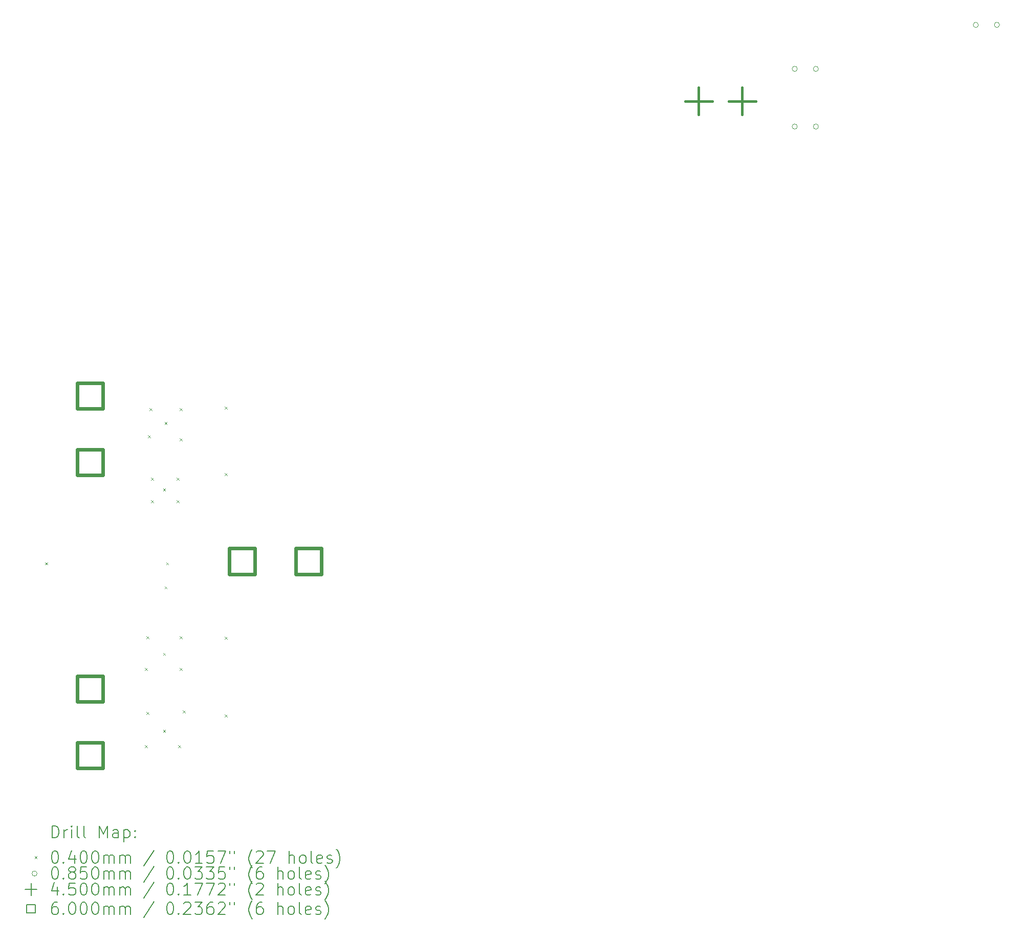
<source format=gbr>
%TF.GenerationSoftware,KiCad,Pcbnew,7.0.1*%
%TF.CreationDate,2023-04-06T04:35:49-07:00*%
%TF.ProjectId,rps01,72707330-312e-46b6-9963-61645f706362,0*%
%TF.SameCoordinates,Original*%
%TF.FileFunction,Drillmap*%
%TF.FilePolarity,Positive*%
%FSLAX45Y45*%
G04 Gerber Fmt 4.5, Leading zero omitted, Abs format (unit mm)*
G04 Created by KiCad (PCBNEW 7.0.1) date 2023-04-06 04:35:49*
%MOMM*%
%LPD*%
G01*
G04 APERTURE LIST*
%ADD10C,0.200000*%
%ADD11C,0.040000*%
%ADD12C,0.085000*%
%ADD13C,0.450000*%
%ADD14C,0.600000*%
G04 APERTURE END LIST*
D10*
D11*
X1530000Y-5605000D02*
X1570000Y-5645000D01*
X1570000Y-5605000D02*
X1530000Y-5645000D01*
X3180000Y-7355000D02*
X3220000Y-7395000D01*
X3220000Y-7355000D02*
X3180000Y-7395000D01*
X3180000Y-8630000D02*
X3220000Y-8670000D01*
X3220000Y-8630000D02*
X3180000Y-8670000D01*
X3205000Y-6830000D02*
X3245000Y-6870000D01*
X3245000Y-6830000D02*
X3205000Y-6870000D01*
X3205000Y-8080000D02*
X3245000Y-8120000D01*
X3245000Y-8080000D02*
X3205000Y-8120000D01*
X3230000Y-3505000D02*
X3270000Y-3545000D01*
X3270000Y-3505000D02*
X3230000Y-3545000D01*
X3255000Y-3055000D02*
X3295000Y-3095000D01*
X3295000Y-3055000D02*
X3255000Y-3095000D01*
X3280000Y-4205000D02*
X3320000Y-4245000D01*
X3320000Y-4205000D02*
X3280000Y-4245000D01*
X3280000Y-4580000D02*
X3320000Y-4620000D01*
X3320000Y-4580000D02*
X3280000Y-4620000D01*
X3480000Y-4380000D02*
X3520000Y-4420000D01*
X3520000Y-4380000D02*
X3480000Y-4420000D01*
X3480000Y-7105000D02*
X3520000Y-7145000D01*
X3520000Y-7105000D02*
X3480000Y-7145000D01*
X3480000Y-8380000D02*
X3520000Y-8420000D01*
X3520000Y-8380000D02*
X3480000Y-8420000D01*
X3505000Y-3280000D02*
X3545000Y-3320000D01*
X3545000Y-3280000D02*
X3505000Y-3320000D01*
X3505000Y-6005000D02*
X3545000Y-6045000D01*
X3545000Y-6005000D02*
X3505000Y-6045000D01*
X3530000Y-5605000D02*
X3570000Y-5645000D01*
X3570000Y-5605000D02*
X3530000Y-5645000D01*
X3705000Y-4205000D02*
X3745000Y-4245000D01*
X3745000Y-4205000D02*
X3705000Y-4245000D01*
X3705000Y-4580000D02*
X3745000Y-4620000D01*
X3745000Y-4580000D02*
X3705000Y-4620000D01*
X3730000Y-8630000D02*
X3770000Y-8670000D01*
X3770000Y-8630000D02*
X3730000Y-8670000D01*
X3755000Y-3055000D02*
X3795000Y-3095000D01*
X3795000Y-3055000D02*
X3755000Y-3095000D01*
X3755000Y-3555000D02*
X3795000Y-3595000D01*
X3795000Y-3555000D02*
X3755000Y-3595000D01*
X3755000Y-6830000D02*
X3795000Y-6870000D01*
X3795000Y-6830000D02*
X3755000Y-6870000D01*
X3755000Y-7355000D02*
X3795000Y-7395000D01*
X3795000Y-7355000D02*
X3755000Y-7395000D01*
X3805000Y-8055000D02*
X3845000Y-8095000D01*
X3845000Y-8055000D02*
X3805000Y-8095000D01*
X4497220Y-3028000D02*
X4537220Y-3068000D01*
X4537220Y-3028000D02*
X4497220Y-3068000D01*
X4497220Y-4126000D02*
X4537220Y-4166000D01*
X4537220Y-4126000D02*
X4497220Y-4166000D01*
X4497220Y-6838000D02*
X4537220Y-6878000D01*
X4537220Y-6838000D02*
X4497220Y-6878000D01*
X4497220Y-8126000D02*
X4537220Y-8166000D01*
X4537220Y-8126000D02*
X4497220Y-8166000D01*
D12*
X13972250Y2564000D02*
G75*
G03*
X13972250Y2564000I-42500J0D01*
G01*
X13972250Y1609000D02*
G75*
G03*
X13972250Y1609000I-42500J0D01*
G01*
X14322250Y2564000D02*
G75*
G03*
X14322250Y2564000I-42500J0D01*
G01*
X14322250Y1609000D02*
G75*
G03*
X14322250Y1609000I-42500J0D01*
G01*
X16967750Y3292000D02*
G75*
G03*
X16967750Y3292000I-42500J0D01*
G01*
X17317750Y3292000D02*
G75*
G03*
X17317750Y3292000I-42500J0D01*
G01*
D13*
X12340000Y2257000D02*
X12340000Y1807000D01*
X12115000Y2032000D02*
X12565000Y2032000D01*
X13060000Y2257000D02*
X13060000Y1807000D01*
X12835000Y2032000D02*
X13285000Y2032000D01*
D14*
X2487134Y-3062134D02*
X2487134Y-2637866D01*
X2062866Y-2637866D01*
X2062866Y-3062134D01*
X2487134Y-3062134D01*
X2487134Y-4162134D02*
X2487134Y-3737866D01*
X2062866Y-3737866D01*
X2062866Y-4162134D01*
X2487134Y-4162134D01*
X2487134Y-7912134D02*
X2487134Y-7487866D01*
X2062866Y-7487866D01*
X2062866Y-7912134D01*
X2487134Y-7912134D01*
X2487134Y-9012134D02*
X2487134Y-8587866D01*
X2062866Y-8587866D01*
X2062866Y-9012134D01*
X2487134Y-9012134D01*
X4996134Y-5800134D02*
X4996134Y-5375866D01*
X4571866Y-5375866D01*
X4571866Y-5800134D01*
X4996134Y-5800134D01*
X6096134Y-5800134D02*
X6096134Y-5375866D01*
X5671866Y-5375866D01*
X5671866Y-5800134D01*
X6096134Y-5800134D01*
D10*
X1642619Y-10165524D02*
X1642619Y-9965524D01*
X1642619Y-9965524D02*
X1690238Y-9965524D01*
X1690238Y-9965524D02*
X1718809Y-9975048D01*
X1718809Y-9975048D02*
X1737857Y-9994095D01*
X1737857Y-9994095D02*
X1747381Y-10013143D01*
X1747381Y-10013143D02*
X1756905Y-10051238D01*
X1756905Y-10051238D02*
X1756905Y-10079810D01*
X1756905Y-10079810D02*
X1747381Y-10117905D01*
X1747381Y-10117905D02*
X1737857Y-10136952D01*
X1737857Y-10136952D02*
X1718809Y-10156000D01*
X1718809Y-10156000D02*
X1690238Y-10165524D01*
X1690238Y-10165524D02*
X1642619Y-10165524D01*
X1842619Y-10165524D02*
X1842619Y-10032190D01*
X1842619Y-10070286D02*
X1852143Y-10051238D01*
X1852143Y-10051238D02*
X1861667Y-10041714D01*
X1861667Y-10041714D02*
X1880714Y-10032190D01*
X1880714Y-10032190D02*
X1899762Y-10032190D01*
X1966428Y-10165524D02*
X1966428Y-10032190D01*
X1966428Y-9965524D02*
X1956905Y-9975048D01*
X1956905Y-9975048D02*
X1966428Y-9984571D01*
X1966428Y-9984571D02*
X1975952Y-9975048D01*
X1975952Y-9975048D02*
X1966428Y-9965524D01*
X1966428Y-9965524D02*
X1966428Y-9984571D01*
X2090238Y-10165524D02*
X2071190Y-10156000D01*
X2071190Y-10156000D02*
X2061667Y-10136952D01*
X2061667Y-10136952D02*
X2061667Y-9965524D01*
X2195000Y-10165524D02*
X2175952Y-10156000D01*
X2175952Y-10156000D02*
X2166429Y-10136952D01*
X2166429Y-10136952D02*
X2166429Y-9965524D01*
X2423571Y-10165524D02*
X2423571Y-9965524D01*
X2423571Y-9965524D02*
X2490238Y-10108381D01*
X2490238Y-10108381D02*
X2556905Y-9965524D01*
X2556905Y-9965524D02*
X2556905Y-10165524D01*
X2737857Y-10165524D02*
X2737857Y-10060762D01*
X2737857Y-10060762D02*
X2728333Y-10041714D01*
X2728333Y-10041714D02*
X2709286Y-10032190D01*
X2709286Y-10032190D02*
X2671190Y-10032190D01*
X2671190Y-10032190D02*
X2652143Y-10041714D01*
X2737857Y-10156000D02*
X2718810Y-10165524D01*
X2718810Y-10165524D02*
X2671190Y-10165524D01*
X2671190Y-10165524D02*
X2652143Y-10156000D01*
X2652143Y-10156000D02*
X2642619Y-10136952D01*
X2642619Y-10136952D02*
X2642619Y-10117905D01*
X2642619Y-10117905D02*
X2652143Y-10098857D01*
X2652143Y-10098857D02*
X2671190Y-10089333D01*
X2671190Y-10089333D02*
X2718810Y-10089333D01*
X2718810Y-10089333D02*
X2737857Y-10079810D01*
X2833095Y-10032190D02*
X2833095Y-10232190D01*
X2833095Y-10041714D02*
X2852143Y-10032190D01*
X2852143Y-10032190D02*
X2890238Y-10032190D01*
X2890238Y-10032190D02*
X2909286Y-10041714D01*
X2909286Y-10041714D02*
X2918809Y-10051238D01*
X2918809Y-10051238D02*
X2928333Y-10070286D01*
X2928333Y-10070286D02*
X2928333Y-10127429D01*
X2928333Y-10127429D02*
X2918809Y-10146476D01*
X2918809Y-10146476D02*
X2909286Y-10156000D01*
X2909286Y-10156000D02*
X2890238Y-10165524D01*
X2890238Y-10165524D02*
X2852143Y-10165524D01*
X2852143Y-10165524D02*
X2833095Y-10156000D01*
X3014048Y-10146476D02*
X3023571Y-10156000D01*
X3023571Y-10156000D02*
X3014048Y-10165524D01*
X3014048Y-10165524D02*
X3004524Y-10156000D01*
X3004524Y-10156000D02*
X3014048Y-10146476D01*
X3014048Y-10146476D02*
X3014048Y-10165524D01*
X3014048Y-10041714D02*
X3023571Y-10051238D01*
X3023571Y-10051238D02*
X3014048Y-10060762D01*
X3014048Y-10060762D02*
X3004524Y-10051238D01*
X3004524Y-10051238D02*
X3014048Y-10041714D01*
X3014048Y-10041714D02*
X3014048Y-10060762D01*
D11*
X1355000Y-10473000D02*
X1395000Y-10513000D01*
X1395000Y-10473000D02*
X1355000Y-10513000D01*
D10*
X1680714Y-10385524D02*
X1699762Y-10385524D01*
X1699762Y-10385524D02*
X1718809Y-10395048D01*
X1718809Y-10395048D02*
X1728333Y-10404571D01*
X1728333Y-10404571D02*
X1737857Y-10423619D01*
X1737857Y-10423619D02*
X1747381Y-10461714D01*
X1747381Y-10461714D02*
X1747381Y-10509333D01*
X1747381Y-10509333D02*
X1737857Y-10547429D01*
X1737857Y-10547429D02*
X1728333Y-10566476D01*
X1728333Y-10566476D02*
X1718809Y-10576000D01*
X1718809Y-10576000D02*
X1699762Y-10585524D01*
X1699762Y-10585524D02*
X1680714Y-10585524D01*
X1680714Y-10585524D02*
X1661667Y-10576000D01*
X1661667Y-10576000D02*
X1652143Y-10566476D01*
X1652143Y-10566476D02*
X1642619Y-10547429D01*
X1642619Y-10547429D02*
X1633095Y-10509333D01*
X1633095Y-10509333D02*
X1633095Y-10461714D01*
X1633095Y-10461714D02*
X1642619Y-10423619D01*
X1642619Y-10423619D02*
X1652143Y-10404571D01*
X1652143Y-10404571D02*
X1661667Y-10395048D01*
X1661667Y-10395048D02*
X1680714Y-10385524D01*
X1833095Y-10566476D02*
X1842619Y-10576000D01*
X1842619Y-10576000D02*
X1833095Y-10585524D01*
X1833095Y-10585524D02*
X1823571Y-10576000D01*
X1823571Y-10576000D02*
X1833095Y-10566476D01*
X1833095Y-10566476D02*
X1833095Y-10585524D01*
X2014048Y-10452190D02*
X2014048Y-10585524D01*
X1966428Y-10376000D02*
X1918809Y-10518857D01*
X1918809Y-10518857D02*
X2042619Y-10518857D01*
X2156905Y-10385524D02*
X2175952Y-10385524D01*
X2175952Y-10385524D02*
X2195000Y-10395048D01*
X2195000Y-10395048D02*
X2204524Y-10404571D01*
X2204524Y-10404571D02*
X2214048Y-10423619D01*
X2214048Y-10423619D02*
X2223571Y-10461714D01*
X2223571Y-10461714D02*
X2223571Y-10509333D01*
X2223571Y-10509333D02*
X2214048Y-10547429D01*
X2214048Y-10547429D02*
X2204524Y-10566476D01*
X2204524Y-10566476D02*
X2195000Y-10576000D01*
X2195000Y-10576000D02*
X2175952Y-10585524D01*
X2175952Y-10585524D02*
X2156905Y-10585524D01*
X2156905Y-10585524D02*
X2137857Y-10576000D01*
X2137857Y-10576000D02*
X2128333Y-10566476D01*
X2128333Y-10566476D02*
X2118810Y-10547429D01*
X2118810Y-10547429D02*
X2109286Y-10509333D01*
X2109286Y-10509333D02*
X2109286Y-10461714D01*
X2109286Y-10461714D02*
X2118810Y-10423619D01*
X2118810Y-10423619D02*
X2128333Y-10404571D01*
X2128333Y-10404571D02*
X2137857Y-10395048D01*
X2137857Y-10395048D02*
X2156905Y-10385524D01*
X2347381Y-10385524D02*
X2366429Y-10385524D01*
X2366429Y-10385524D02*
X2385476Y-10395048D01*
X2385476Y-10395048D02*
X2395000Y-10404571D01*
X2395000Y-10404571D02*
X2404524Y-10423619D01*
X2404524Y-10423619D02*
X2414048Y-10461714D01*
X2414048Y-10461714D02*
X2414048Y-10509333D01*
X2414048Y-10509333D02*
X2404524Y-10547429D01*
X2404524Y-10547429D02*
X2395000Y-10566476D01*
X2395000Y-10566476D02*
X2385476Y-10576000D01*
X2385476Y-10576000D02*
X2366429Y-10585524D01*
X2366429Y-10585524D02*
X2347381Y-10585524D01*
X2347381Y-10585524D02*
X2328333Y-10576000D01*
X2328333Y-10576000D02*
X2318810Y-10566476D01*
X2318810Y-10566476D02*
X2309286Y-10547429D01*
X2309286Y-10547429D02*
X2299762Y-10509333D01*
X2299762Y-10509333D02*
X2299762Y-10461714D01*
X2299762Y-10461714D02*
X2309286Y-10423619D01*
X2309286Y-10423619D02*
X2318810Y-10404571D01*
X2318810Y-10404571D02*
X2328333Y-10395048D01*
X2328333Y-10395048D02*
X2347381Y-10385524D01*
X2499762Y-10585524D02*
X2499762Y-10452190D01*
X2499762Y-10471238D02*
X2509286Y-10461714D01*
X2509286Y-10461714D02*
X2528333Y-10452190D01*
X2528333Y-10452190D02*
X2556905Y-10452190D01*
X2556905Y-10452190D02*
X2575952Y-10461714D01*
X2575952Y-10461714D02*
X2585476Y-10480762D01*
X2585476Y-10480762D02*
X2585476Y-10585524D01*
X2585476Y-10480762D02*
X2595000Y-10461714D01*
X2595000Y-10461714D02*
X2614048Y-10452190D01*
X2614048Y-10452190D02*
X2642619Y-10452190D01*
X2642619Y-10452190D02*
X2661667Y-10461714D01*
X2661667Y-10461714D02*
X2671191Y-10480762D01*
X2671191Y-10480762D02*
X2671191Y-10585524D01*
X2766429Y-10585524D02*
X2766429Y-10452190D01*
X2766429Y-10471238D02*
X2775952Y-10461714D01*
X2775952Y-10461714D02*
X2795000Y-10452190D01*
X2795000Y-10452190D02*
X2823571Y-10452190D01*
X2823571Y-10452190D02*
X2842619Y-10461714D01*
X2842619Y-10461714D02*
X2852143Y-10480762D01*
X2852143Y-10480762D02*
X2852143Y-10585524D01*
X2852143Y-10480762D02*
X2861667Y-10461714D01*
X2861667Y-10461714D02*
X2880714Y-10452190D01*
X2880714Y-10452190D02*
X2909286Y-10452190D01*
X2909286Y-10452190D02*
X2928333Y-10461714D01*
X2928333Y-10461714D02*
X2937857Y-10480762D01*
X2937857Y-10480762D02*
X2937857Y-10585524D01*
X3328333Y-10376000D02*
X3156905Y-10633143D01*
X3585476Y-10385524D02*
X3604524Y-10385524D01*
X3604524Y-10385524D02*
X3623572Y-10395048D01*
X3623572Y-10395048D02*
X3633095Y-10404571D01*
X3633095Y-10404571D02*
X3642619Y-10423619D01*
X3642619Y-10423619D02*
X3652143Y-10461714D01*
X3652143Y-10461714D02*
X3652143Y-10509333D01*
X3652143Y-10509333D02*
X3642619Y-10547429D01*
X3642619Y-10547429D02*
X3633095Y-10566476D01*
X3633095Y-10566476D02*
X3623572Y-10576000D01*
X3623572Y-10576000D02*
X3604524Y-10585524D01*
X3604524Y-10585524D02*
X3585476Y-10585524D01*
X3585476Y-10585524D02*
X3566429Y-10576000D01*
X3566429Y-10576000D02*
X3556905Y-10566476D01*
X3556905Y-10566476D02*
X3547381Y-10547429D01*
X3547381Y-10547429D02*
X3537857Y-10509333D01*
X3537857Y-10509333D02*
X3537857Y-10461714D01*
X3537857Y-10461714D02*
X3547381Y-10423619D01*
X3547381Y-10423619D02*
X3556905Y-10404571D01*
X3556905Y-10404571D02*
X3566429Y-10395048D01*
X3566429Y-10395048D02*
X3585476Y-10385524D01*
X3737857Y-10566476D02*
X3747381Y-10576000D01*
X3747381Y-10576000D02*
X3737857Y-10585524D01*
X3737857Y-10585524D02*
X3728333Y-10576000D01*
X3728333Y-10576000D02*
X3737857Y-10566476D01*
X3737857Y-10566476D02*
X3737857Y-10585524D01*
X3871191Y-10385524D02*
X3890238Y-10385524D01*
X3890238Y-10385524D02*
X3909286Y-10395048D01*
X3909286Y-10395048D02*
X3918810Y-10404571D01*
X3918810Y-10404571D02*
X3928333Y-10423619D01*
X3928333Y-10423619D02*
X3937857Y-10461714D01*
X3937857Y-10461714D02*
X3937857Y-10509333D01*
X3937857Y-10509333D02*
X3928333Y-10547429D01*
X3928333Y-10547429D02*
X3918810Y-10566476D01*
X3918810Y-10566476D02*
X3909286Y-10576000D01*
X3909286Y-10576000D02*
X3890238Y-10585524D01*
X3890238Y-10585524D02*
X3871191Y-10585524D01*
X3871191Y-10585524D02*
X3852143Y-10576000D01*
X3852143Y-10576000D02*
X3842619Y-10566476D01*
X3842619Y-10566476D02*
X3833095Y-10547429D01*
X3833095Y-10547429D02*
X3823572Y-10509333D01*
X3823572Y-10509333D02*
X3823572Y-10461714D01*
X3823572Y-10461714D02*
X3833095Y-10423619D01*
X3833095Y-10423619D02*
X3842619Y-10404571D01*
X3842619Y-10404571D02*
X3852143Y-10395048D01*
X3852143Y-10395048D02*
X3871191Y-10385524D01*
X4128333Y-10585524D02*
X4014048Y-10585524D01*
X4071191Y-10585524D02*
X4071191Y-10385524D01*
X4071191Y-10385524D02*
X4052143Y-10414095D01*
X4052143Y-10414095D02*
X4033095Y-10433143D01*
X4033095Y-10433143D02*
X4014048Y-10442667D01*
X4309286Y-10385524D02*
X4214048Y-10385524D01*
X4214048Y-10385524D02*
X4204524Y-10480762D01*
X4204524Y-10480762D02*
X4214048Y-10471238D01*
X4214048Y-10471238D02*
X4233095Y-10461714D01*
X4233095Y-10461714D02*
X4280715Y-10461714D01*
X4280715Y-10461714D02*
X4299762Y-10471238D01*
X4299762Y-10471238D02*
X4309286Y-10480762D01*
X4309286Y-10480762D02*
X4318810Y-10499810D01*
X4318810Y-10499810D02*
X4318810Y-10547429D01*
X4318810Y-10547429D02*
X4309286Y-10566476D01*
X4309286Y-10566476D02*
X4299762Y-10576000D01*
X4299762Y-10576000D02*
X4280715Y-10585524D01*
X4280715Y-10585524D02*
X4233095Y-10585524D01*
X4233095Y-10585524D02*
X4214048Y-10576000D01*
X4214048Y-10576000D02*
X4204524Y-10566476D01*
X4385476Y-10385524D02*
X4518810Y-10385524D01*
X4518810Y-10385524D02*
X4433095Y-10585524D01*
X4585476Y-10385524D02*
X4585476Y-10423619D01*
X4661667Y-10385524D02*
X4661667Y-10423619D01*
X4956905Y-10661714D02*
X4947381Y-10652190D01*
X4947381Y-10652190D02*
X4928334Y-10623619D01*
X4928334Y-10623619D02*
X4918810Y-10604571D01*
X4918810Y-10604571D02*
X4909286Y-10576000D01*
X4909286Y-10576000D02*
X4899762Y-10528381D01*
X4899762Y-10528381D02*
X4899762Y-10490286D01*
X4899762Y-10490286D02*
X4909286Y-10442667D01*
X4909286Y-10442667D02*
X4918810Y-10414095D01*
X4918810Y-10414095D02*
X4928334Y-10395048D01*
X4928334Y-10395048D02*
X4947381Y-10366476D01*
X4947381Y-10366476D02*
X4956905Y-10356952D01*
X5023572Y-10404571D02*
X5033096Y-10395048D01*
X5033096Y-10395048D02*
X5052143Y-10385524D01*
X5052143Y-10385524D02*
X5099762Y-10385524D01*
X5099762Y-10385524D02*
X5118810Y-10395048D01*
X5118810Y-10395048D02*
X5128334Y-10404571D01*
X5128334Y-10404571D02*
X5137857Y-10423619D01*
X5137857Y-10423619D02*
X5137857Y-10442667D01*
X5137857Y-10442667D02*
X5128334Y-10471238D01*
X5128334Y-10471238D02*
X5014048Y-10585524D01*
X5014048Y-10585524D02*
X5137857Y-10585524D01*
X5204524Y-10385524D02*
X5337857Y-10385524D01*
X5337857Y-10385524D02*
X5252143Y-10585524D01*
X5566429Y-10585524D02*
X5566429Y-10385524D01*
X5652143Y-10585524D02*
X5652143Y-10480762D01*
X5652143Y-10480762D02*
X5642619Y-10461714D01*
X5642619Y-10461714D02*
X5623572Y-10452190D01*
X5623572Y-10452190D02*
X5595000Y-10452190D01*
X5595000Y-10452190D02*
X5575953Y-10461714D01*
X5575953Y-10461714D02*
X5566429Y-10471238D01*
X5775953Y-10585524D02*
X5756905Y-10576000D01*
X5756905Y-10576000D02*
X5747381Y-10566476D01*
X5747381Y-10566476D02*
X5737857Y-10547429D01*
X5737857Y-10547429D02*
X5737857Y-10490286D01*
X5737857Y-10490286D02*
X5747381Y-10471238D01*
X5747381Y-10471238D02*
X5756905Y-10461714D01*
X5756905Y-10461714D02*
X5775953Y-10452190D01*
X5775953Y-10452190D02*
X5804524Y-10452190D01*
X5804524Y-10452190D02*
X5823572Y-10461714D01*
X5823572Y-10461714D02*
X5833096Y-10471238D01*
X5833096Y-10471238D02*
X5842619Y-10490286D01*
X5842619Y-10490286D02*
X5842619Y-10547429D01*
X5842619Y-10547429D02*
X5833096Y-10566476D01*
X5833096Y-10566476D02*
X5823572Y-10576000D01*
X5823572Y-10576000D02*
X5804524Y-10585524D01*
X5804524Y-10585524D02*
X5775953Y-10585524D01*
X5956905Y-10585524D02*
X5937857Y-10576000D01*
X5937857Y-10576000D02*
X5928334Y-10556952D01*
X5928334Y-10556952D02*
X5928334Y-10385524D01*
X6109286Y-10576000D02*
X6090238Y-10585524D01*
X6090238Y-10585524D02*
X6052143Y-10585524D01*
X6052143Y-10585524D02*
X6033096Y-10576000D01*
X6033096Y-10576000D02*
X6023572Y-10556952D01*
X6023572Y-10556952D02*
X6023572Y-10480762D01*
X6023572Y-10480762D02*
X6033096Y-10461714D01*
X6033096Y-10461714D02*
X6052143Y-10452190D01*
X6052143Y-10452190D02*
X6090238Y-10452190D01*
X6090238Y-10452190D02*
X6109286Y-10461714D01*
X6109286Y-10461714D02*
X6118810Y-10480762D01*
X6118810Y-10480762D02*
X6118810Y-10499810D01*
X6118810Y-10499810D02*
X6023572Y-10518857D01*
X6195000Y-10576000D02*
X6214048Y-10585524D01*
X6214048Y-10585524D02*
X6252143Y-10585524D01*
X6252143Y-10585524D02*
X6271191Y-10576000D01*
X6271191Y-10576000D02*
X6280715Y-10556952D01*
X6280715Y-10556952D02*
X6280715Y-10547429D01*
X6280715Y-10547429D02*
X6271191Y-10528381D01*
X6271191Y-10528381D02*
X6252143Y-10518857D01*
X6252143Y-10518857D02*
X6223572Y-10518857D01*
X6223572Y-10518857D02*
X6204524Y-10509333D01*
X6204524Y-10509333D02*
X6195000Y-10490286D01*
X6195000Y-10490286D02*
X6195000Y-10480762D01*
X6195000Y-10480762D02*
X6204524Y-10461714D01*
X6204524Y-10461714D02*
X6223572Y-10452190D01*
X6223572Y-10452190D02*
X6252143Y-10452190D01*
X6252143Y-10452190D02*
X6271191Y-10461714D01*
X6347381Y-10661714D02*
X6356905Y-10652190D01*
X6356905Y-10652190D02*
X6375953Y-10623619D01*
X6375953Y-10623619D02*
X6385477Y-10604571D01*
X6385477Y-10604571D02*
X6395000Y-10576000D01*
X6395000Y-10576000D02*
X6404524Y-10528381D01*
X6404524Y-10528381D02*
X6404524Y-10490286D01*
X6404524Y-10490286D02*
X6395000Y-10442667D01*
X6395000Y-10442667D02*
X6385477Y-10414095D01*
X6385477Y-10414095D02*
X6375953Y-10395048D01*
X6375953Y-10395048D02*
X6356905Y-10366476D01*
X6356905Y-10366476D02*
X6347381Y-10356952D01*
D12*
X1395000Y-10757000D02*
G75*
G03*
X1395000Y-10757000I-42500J0D01*
G01*
D10*
X1680714Y-10649524D02*
X1699762Y-10649524D01*
X1699762Y-10649524D02*
X1718809Y-10659048D01*
X1718809Y-10659048D02*
X1728333Y-10668571D01*
X1728333Y-10668571D02*
X1737857Y-10687619D01*
X1737857Y-10687619D02*
X1747381Y-10725714D01*
X1747381Y-10725714D02*
X1747381Y-10773333D01*
X1747381Y-10773333D02*
X1737857Y-10811429D01*
X1737857Y-10811429D02*
X1728333Y-10830476D01*
X1728333Y-10830476D02*
X1718809Y-10840000D01*
X1718809Y-10840000D02*
X1699762Y-10849524D01*
X1699762Y-10849524D02*
X1680714Y-10849524D01*
X1680714Y-10849524D02*
X1661667Y-10840000D01*
X1661667Y-10840000D02*
X1652143Y-10830476D01*
X1652143Y-10830476D02*
X1642619Y-10811429D01*
X1642619Y-10811429D02*
X1633095Y-10773333D01*
X1633095Y-10773333D02*
X1633095Y-10725714D01*
X1633095Y-10725714D02*
X1642619Y-10687619D01*
X1642619Y-10687619D02*
X1652143Y-10668571D01*
X1652143Y-10668571D02*
X1661667Y-10659048D01*
X1661667Y-10659048D02*
X1680714Y-10649524D01*
X1833095Y-10830476D02*
X1842619Y-10840000D01*
X1842619Y-10840000D02*
X1833095Y-10849524D01*
X1833095Y-10849524D02*
X1823571Y-10840000D01*
X1823571Y-10840000D02*
X1833095Y-10830476D01*
X1833095Y-10830476D02*
X1833095Y-10849524D01*
X1956905Y-10735238D02*
X1937857Y-10725714D01*
X1937857Y-10725714D02*
X1928333Y-10716190D01*
X1928333Y-10716190D02*
X1918809Y-10697143D01*
X1918809Y-10697143D02*
X1918809Y-10687619D01*
X1918809Y-10687619D02*
X1928333Y-10668571D01*
X1928333Y-10668571D02*
X1937857Y-10659048D01*
X1937857Y-10659048D02*
X1956905Y-10649524D01*
X1956905Y-10649524D02*
X1995000Y-10649524D01*
X1995000Y-10649524D02*
X2014048Y-10659048D01*
X2014048Y-10659048D02*
X2023571Y-10668571D01*
X2023571Y-10668571D02*
X2033095Y-10687619D01*
X2033095Y-10687619D02*
X2033095Y-10697143D01*
X2033095Y-10697143D02*
X2023571Y-10716190D01*
X2023571Y-10716190D02*
X2014048Y-10725714D01*
X2014048Y-10725714D02*
X1995000Y-10735238D01*
X1995000Y-10735238D02*
X1956905Y-10735238D01*
X1956905Y-10735238D02*
X1937857Y-10744762D01*
X1937857Y-10744762D02*
X1928333Y-10754286D01*
X1928333Y-10754286D02*
X1918809Y-10773333D01*
X1918809Y-10773333D02*
X1918809Y-10811429D01*
X1918809Y-10811429D02*
X1928333Y-10830476D01*
X1928333Y-10830476D02*
X1937857Y-10840000D01*
X1937857Y-10840000D02*
X1956905Y-10849524D01*
X1956905Y-10849524D02*
X1995000Y-10849524D01*
X1995000Y-10849524D02*
X2014048Y-10840000D01*
X2014048Y-10840000D02*
X2023571Y-10830476D01*
X2023571Y-10830476D02*
X2033095Y-10811429D01*
X2033095Y-10811429D02*
X2033095Y-10773333D01*
X2033095Y-10773333D02*
X2023571Y-10754286D01*
X2023571Y-10754286D02*
X2014048Y-10744762D01*
X2014048Y-10744762D02*
X1995000Y-10735238D01*
X2214048Y-10649524D02*
X2118810Y-10649524D01*
X2118810Y-10649524D02*
X2109286Y-10744762D01*
X2109286Y-10744762D02*
X2118810Y-10735238D01*
X2118810Y-10735238D02*
X2137857Y-10725714D01*
X2137857Y-10725714D02*
X2185476Y-10725714D01*
X2185476Y-10725714D02*
X2204524Y-10735238D01*
X2204524Y-10735238D02*
X2214048Y-10744762D01*
X2214048Y-10744762D02*
X2223571Y-10763810D01*
X2223571Y-10763810D02*
X2223571Y-10811429D01*
X2223571Y-10811429D02*
X2214048Y-10830476D01*
X2214048Y-10830476D02*
X2204524Y-10840000D01*
X2204524Y-10840000D02*
X2185476Y-10849524D01*
X2185476Y-10849524D02*
X2137857Y-10849524D01*
X2137857Y-10849524D02*
X2118810Y-10840000D01*
X2118810Y-10840000D02*
X2109286Y-10830476D01*
X2347381Y-10649524D02*
X2366429Y-10649524D01*
X2366429Y-10649524D02*
X2385476Y-10659048D01*
X2385476Y-10659048D02*
X2395000Y-10668571D01*
X2395000Y-10668571D02*
X2404524Y-10687619D01*
X2404524Y-10687619D02*
X2414048Y-10725714D01*
X2414048Y-10725714D02*
X2414048Y-10773333D01*
X2414048Y-10773333D02*
X2404524Y-10811429D01*
X2404524Y-10811429D02*
X2395000Y-10830476D01*
X2395000Y-10830476D02*
X2385476Y-10840000D01*
X2385476Y-10840000D02*
X2366429Y-10849524D01*
X2366429Y-10849524D02*
X2347381Y-10849524D01*
X2347381Y-10849524D02*
X2328333Y-10840000D01*
X2328333Y-10840000D02*
X2318810Y-10830476D01*
X2318810Y-10830476D02*
X2309286Y-10811429D01*
X2309286Y-10811429D02*
X2299762Y-10773333D01*
X2299762Y-10773333D02*
X2299762Y-10725714D01*
X2299762Y-10725714D02*
X2309286Y-10687619D01*
X2309286Y-10687619D02*
X2318810Y-10668571D01*
X2318810Y-10668571D02*
X2328333Y-10659048D01*
X2328333Y-10659048D02*
X2347381Y-10649524D01*
X2499762Y-10849524D02*
X2499762Y-10716190D01*
X2499762Y-10735238D02*
X2509286Y-10725714D01*
X2509286Y-10725714D02*
X2528333Y-10716190D01*
X2528333Y-10716190D02*
X2556905Y-10716190D01*
X2556905Y-10716190D02*
X2575952Y-10725714D01*
X2575952Y-10725714D02*
X2585476Y-10744762D01*
X2585476Y-10744762D02*
X2585476Y-10849524D01*
X2585476Y-10744762D02*
X2595000Y-10725714D01*
X2595000Y-10725714D02*
X2614048Y-10716190D01*
X2614048Y-10716190D02*
X2642619Y-10716190D01*
X2642619Y-10716190D02*
X2661667Y-10725714D01*
X2661667Y-10725714D02*
X2671191Y-10744762D01*
X2671191Y-10744762D02*
X2671191Y-10849524D01*
X2766429Y-10849524D02*
X2766429Y-10716190D01*
X2766429Y-10735238D02*
X2775952Y-10725714D01*
X2775952Y-10725714D02*
X2795000Y-10716190D01*
X2795000Y-10716190D02*
X2823571Y-10716190D01*
X2823571Y-10716190D02*
X2842619Y-10725714D01*
X2842619Y-10725714D02*
X2852143Y-10744762D01*
X2852143Y-10744762D02*
X2852143Y-10849524D01*
X2852143Y-10744762D02*
X2861667Y-10725714D01*
X2861667Y-10725714D02*
X2880714Y-10716190D01*
X2880714Y-10716190D02*
X2909286Y-10716190D01*
X2909286Y-10716190D02*
X2928333Y-10725714D01*
X2928333Y-10725714D02*
X2937857Y-10744762D01*
X2937857Y-10744762D02*
X2937857Y-10849524D01*
X3328333Y-10640000D02*
X3156905Y-10897143D01*
X3585476Y-10649524D02*
X3604524Y-10649524D01*
X3604524Y-10649524D02*
X3623572Y-10659048D01*
X3623572Y-10659048D02*
X3633095Y-10668571D01*
X3633095Y-10668571D02*
X3642619Y-10687619D01*
X3642619Y-10687619D02*
X3652143Y-10725714D01*
X3652143Y-10725714D02*
X3652143Y-10773333D01*
X3652143Y-10773333D02*
X3642619Y-10811429D01*
X3642619Y-10811429D02*
X3633095Y-10830476D01*
X3633095Y-10830476D02*
X3623572Y-10840000D01*
X3623572Y-10840000D02*
X3604524Y-10849524D01*
X3604524Y-10849524D02*
X3585476Y-10849524D01*
X3585476Y-10849524D02*
X3566429Y-10840000D01*
X3566429Y-10840000D02*
X3556905Y-10830476D01*
X3556905Y-10830476D02*
X3547381Y-10811429D01*
X3547381Y-10811429D02*
X3537857Y-10773333D01*
X3537857Y-10773333D02*
X3537857Y-10725714D01*
X3537857Y-10725714D02*
X3547381Y-10687619D01*
X3547381Y-10687619D02*
X3556905Y-10668571D01*
X3556905Y-10668571D02*
X3566429Y-10659048D01*
X3566429Y-10659048D02*
X3585476Y-10649524D01*
X3737857Y-10830476D02*
X3747381Y-10840000D01*
X3747381Y-10840000D02*
X3737857Y-10849524D01*
X3737857Y-10849524D02*
X3728333Y-10840000D01*
X3728333Y-10840000D02*
X3737857Y-10830476D01*
X3737857Y-10830476D02*
X3737857Y-10849524D01*
X3871191Y-10649524D02*
X3890238Y-10649524D01*
X3890238Y-10649524D02*
X3909286Y-10659048D01*
X3909286Y-10659048D02*
X3918810Y-10668571D01*
X3918810Y-10668571D02*
X3928333Y-10687619D01*
X3928333Y-10687619D02*
X3937857Y-10725714D01*
X3937857Y-10725714D02*
X3937857Y-10773333D01*
X3937857Y-10773333D02*
X3928333Y-10811429D01*
X3928333Y-10811429D02*
X3918810Y-10830476D01*
X3918810Y-10830476D02*
X3909286Y-10840000D01*
X3909286Y-10840000D02*
X3890238Y-10849524D01*
X3890238Y-10849524D02*
X3871191Y-10849524D01*
X3871191Y-10849524D02*
X3852143Y-10840000D01*
X3852143Y-10840000D02*
X3842619Y-10830476D01*
X3842619Y-10830476D02*
X3833095Y-10811429D01*
X3833095Y-10811429D02*
X3823572Y-10773333D01*
X3823572Y-10773333D02*
X3823572Y-10725714D01*
X3823572Y-10725714D02*
X3833095Y-10687619D01*
X3833095Y-10687619D02*
X3842619Y-10668571D01*
X3842619Y-10668571D02*
X3852143Y-10659048D01*
X3852143Y-10659048D02*
X3871191Y-10649524D01*
X4004524Y-10649524D02*
X4128333Y-10649524D01*
X4128333Y-10649524D02*
X4061667Y-10725714D01*
X4061667Y-10725714D02*
X4090238Y-10725714D01*
X4090238Y-10725714D02*
X4109286Y-10735238D01*
X4109286Y-10735238D02*
X4118810Y-10744762D01*
X4118810Y-10744762D02*
X4128333Y-10763810D01*
X4128333Y-10763810D02*
X4128333Y-10811429D01*
X4128333Y-10811429D02*
X4118810Y-10830476D01*
X4118810Y-10830476D02*
X4109286Y-10840000D01*
X4109286Y-10840000D02*
X4090238Y-10849524D01*
X4090238Y-10849524D02*
X4033095Y-10849524D01*
X4033095Y-10849524D02*
X4014048Y-10840000D01*
X4014048Y-10840000D02*
X4004524Y-10830476D01*
X4195000Y-10649524D02*
X4318810Y-10649524D01*
X4318810Y-10649524D02*
X4252143Y-10725714D01*
X4252143Y-10725714D02*
X4280715Y-10725714D01*
X4280715Y-10725714D02*
X4299762Y-10735238D01*
X4299762Y-10735238D02*
X4309286Y-10744762D01*
X4309286Y-10744762D02*
X4318810Y-10763810D01*
X4318810Y-10763810D02*
X4318810Y-10811429D01*
X4318810Y-10811429D02*
X4309286Y-10830476D01*
X4309286Y-10830476D02*
X4299762Y-10840000D01*
X4299762Y-10840000D02*
X4280715Y-10849524D01*
X4280715Y-10849524D02*
X4223572Y-10849524D01*
X4223572Y-10849524D02*
X4204524Y-10840000D01*
X4204524Y-10840000D02*
X4195000Y-10830476D01*
X4499762Y-10649524D02*
X4404524Y-10649524D01*
X4404524Y-10649524D02*
X4395000Y-10744762D01*
X4395000Y-10744762D02*
X4404524Y-10735238D01*
X4404524Y-10735238D02*
X4423572Y-10725714D01*
X4423572Y-10725714D02*
X4471191Y-10725714D01*
X4471191Y-10725714D02*
X4490238Y-10735238D01*
X4490238Y-10735238D02*
X4499762Y-10744762D01*
X4499762Y-10744762D02*
X4509286Y-10763810D01*
X4509286Y-10763810D02*
X4509286Y-10811429D01*
X4509286Y-10811429D02*
X4499762Y-10830476D01*
X4499762Y-10830476D02*
X4490238Y-10840000D01*
X4490238Y-10840000D02*
X4471191Y-10849524D01*
X4471191Y-10849524D02*
X4423572Y-10849524D01*
X4423572Y-10849524D02*
X4404524Y-10840000D01*
X4404524Y-10840000D02*
X4395000Y-10830476D01*
X4585476Y-10649524D02*
X4585476Y-10687619D01*
X4661667Y-10649524D02*
X4661667Y-10687619D01*
X4956905Y-10925714D02*
X4947381Y-10916190D01*
X4947381Y-10916190D02*
X4928334Y-10887619D01*
X4928334Y-10887619D02*
X4918810Y-10868571D01*
X4918810Y-10868571D02*
X4909286Y-10840000D01*
X4909286Y-10840000D02*
X4899762Y-10792381D01*
X4899762Y-10792381D02*
X4899762Y-10754286D01*
X4899762Y-10754286D02*
X4909286Y-10706667D01*
X4909286Y-10706667D02*
X4918810Y-10678095D01*
X4918810Y-10678095D02*
X4928334Y-10659048D01*
X4928334Y-10659048D02*
X4947381Y-10630476D01*
X4947381Y-10630476D02*
X4956905Y-10620952D01*
X5118810Y-10649524D02*
X5080715Y-10649524D01*
X5080715Y-10649524D02*
X5061667Y-10659048D01*
X5061667Y-10659048D02*
X5052143Y-10668571D01*
X5052143Y-10668571D02*
X5033096Y-10697143D01*
X5033096Y-10697143D02*
X5023572Y-10735238D01*
X5023572Y-10735238D02*
X5023572Y-10811429D01*
X5023572Y-10811429D02*
X5033096Y-10830476D01*
X5033096Y-10830476D02*
X5042619Y-10840000D01*
X5042619Y-10840000D02*
X5061667Y-10849524D01*
X5061667Y-10849524D02*
X5099762Y-10849524D01*
X5099762Y-10849524D02*
X5118810Y-10840000D01*
X5118810Y-10840000D02*
X5128334Y-10830476D01*
X5128334Y-10830476D02*
X5137857Y-10811429D01*
X5137857Y-10811429D02*
X5137857Y-10763810D01*
X5137857Y-10763810D02*
X5128334Y-10744762D01*
X5128334Y-10744762D02*
X5118810Y-10735238D01*
X5118810Y-10735238D02*
X5099762Y-10725714D01*
X5099762Y-10725714D02*
X5061667Y-10725714D01*
X5061667Y-10725714D02*
X5042619Y-10735238D01*
X5042619Y-10735238D02*
X5033096Y-10744762D01*
X5033096Y-10744762D02*
X5023572Y-10763810D01*
X5375953Y-10849524D02*
X5375953Y-10649524D01*
X5461667Y-10849524D02*
X5461667Y-10744762D01*
X5461667Y-10744762D02*
X5452143Y-10725714D01*
X5452143Y-10725714D02*
X5433096Y-10716190D01*
X5433096Y-10716190D02*
X5404524Y-10716190D01*
X5404524Y-10716190D02*
X5385477Y-10725714D01*
X5385477Y-10725714D02*
X5375953Y-10735238D01*
X5585477Y-10849524D02*
X5566429Y-10840000D01*
X5566429Y-10840000D02*
X5556905Y-10830476D01*
X5556905Y-10830476D02*
X5547381Y-10811429D01*
X5547381Y-10811429D02*
X5547381Y-10754286D01*
X5547381Y-10754286D02*
X5556905Y-10735238D01*
X5556905Y-10735238D02*
X5566429Y-10725714D01*
X5566429Y-10725714D02*
X5585477Y-10716190D01*
X5585477Y-10716190D02*
X5614048Y-10716190D01*
X5614048Y-10716190D02*
X5633096Y-10725714D01*
X5633096Y-10725714D02*
X5642619Y-10735238D01*
X5642619Y-10735238D02*
X5652143Y-10754286D01*
X5652143Y-10754286D02*
X5652143Y-10811429D01*
X5652143Y-10811429D02*
X5642619Y-10830476D01*
X5642619Y-10830476D02*
X5633096Y-10840000D01*
X5633096Y-10840000D02*
X5614048Y-10849524D01*
X5614048Y-10849524D02*
X5585477Y-10849524D01*
X5766429Y-10849524D02*
X5747381Y-10840000D01*
X5747381Y-10840000D02*
X5737857Y-10820952D01*
X5737857Y-10820952D02*
X5737857Y-10649524D01*
X5918810Y-10840000D02*
X5899762Y-10849524D01*
X5899762Y-10849524D02*
X5861667Y-10849524D01*
X5861667Y-10849524D02*
X5842619Y-10840000D01*
X5842619Y-10840000D02*
X5833096Y-10820952D01*
X5833096Y-10820952D02*
X5833096Y-10744762D01*
X5833096Y-10744762D02*
X5842619Y-10725714D01*
X5842619Y-10725714D02*
X5861667Y-10716190D01*
X5861667Y-10716190D02*
X5899762Y-10716190D01*
X5899762Y-10716190D02*
X5918810Y-10725714D01*
X5918810Y-10725714D02*
X5928334Y-10744762D01*
X5928334Y-10744762D02*
X5928334Y-10763810D01*
X5928334Y-10763810D02*
X5833096Y-10782857D01*
X6004524Y-10840000D02*
X6023572Y-10849524D01*
X6023572Y-10849524D02*
X6061667Y-10849524D01*
X6061667Y-10849524D02*
X6080715Y-10840000D01*
X6080715Y-10840000D02*
X6090238Y-10820952D01*
X6090238Y-10820952D02*
X6090238Y-10811429D01*
X6090238Y-10811429D02*
X6080715Y-10792381D01*
X6080715Y-10792381D02*
X6061667Y-10782857D01*
X6061667Y-10782857D02*
X6033096Y-10782857D01*
X6033096Y-10782857D02*
X6014048Y-10773333D01*
X6014048Y-10773333D02*
X6004524Y-10754286D01*
X6004524Y-10754286D02*
X6004524Y-10744762D01*
X6004524Y-10744762D02*
X6014048Y-10725714D01*
X6014048Y-10725714D02*
X6033096Y-10716190D01*
X6033096Y-10716190D02*
X6061667Y-10716190D01*
X6061667Y-10716190D02*
X6080715Y-10725714D01*
X6156905Y-10925714D02*
X6166429Y-10916190D01*
X6166429Y-10916190D02*
X6185477Y-10887619D01*
X6185477Y-10887619D02*
X6195000Y-10868571D01*
X6195000Y-10868571D02*
X6204524Y-10840000D01*
X6204524Y-10840000D02*
X6214048Y-10792381D01*
X6214048Y-10792381D02*
X6214048Y-10754286D01*
X6214048Y-10754286D02*
X6204524Y-10706667D01*
X6204524Y-10706667D02*
X6195000Y-10678095D01*
X6195000Y-10678095D02*
X6185477Y-10659048D01*
X6185477Y-10659048D02*
X6166429Y-10630476D01*
X6166429Y-10630476D02*
X6156905Y-10620952D01*
X1295000Y-10921000D02*
X1295000Y-11121000D01*
X1195000Y-11021000D02*
X1395000Y-11021000D01*
X1728333Y-10980190D02*
X1728333Y-11113524D01*
X1680714Y-10904000D02*
X1633095Y-11046857D01*
X1633095Y-11046857D02*
X1756905Y-11046857D01*
X1833095Y-11094476D02*
X1842619Y-11104000D01*
X1842619Y-11104000D02*
X1833095Y-11113524D01*
X1833095Y-11113524D02*
X1823571Y-11104000D01*
X1823571Y-11104000D02*
X1833095Y-11094476D01*
X1833095Y-11094476D02*
X1833095Y-11113524D01*
X2023571Y-10913524D02*
X1928333Y-10913524D01*
X1928333Y-10913524D02*
X1918809Y-11008762D01*
X1918809Y-11008762D02*
X1928333Y-10999238D01*
X1928333Y-10999238D02*
X1947381Y-10989714D01*
X1947381Y-10989714D02*
X1995000Y-10989714D01*
X1995000Y-10989714D02*
X2014048Y-10999238D01*
X2014048Y-10999238D02*
X2023571Y-11008762D01*
X2023571Y-11008762D02*
X2033095Y-11027810D01*
X2033095Y-11027810D02*
X2033095Y-11075429D01*
X2033095Y-11075429D02*
X2023571Y-11094476D01*
X2023571Y-11094476D02*
X2014048Y-11104000D01*
X2014048Y-11104000D02*
X1995000Y-11113524D01*
X1995000Y-11113524D02*
X1947381Y-11113524D01*
X1947381Y-11113524D02*
X1928333Y-11104000D01*
X1928333Y-11104000D02*
X1918809Y-11094476D01*
X2156905Y-10913524D02*
X2175952Y-10913524D01*
X2175952Y-10913524D02*
X2195000Y-10923048D01*
X2195000Y-10923048D02*
X2204524Y-10932571D01*
X2204524Y-10932571D02*
X2214048Y-10951619D01*
X2214048Y-10951619D02*
X2223571Y-10989714D01*
X2223571Y-10989714D02*
X2223571Y-11037333D01*
X2223571Y-11037333D02*
X2214048Y-11075429D01*
X2214048Y-11075429D02*
X2204524Y-11094476D01*
X2204524Y-11094476D02*
X2195000Y-11104000D01*
X2195000Y-11104000D02*
X2175952Y-11113524D01*
X2175952Y-11113524D02*
X2156905Y-11113524D01*
X2156905Y-11113524D02*
X2137857Y-11104000D01*
X2137857Y-11104000D02*
X2128333Y-11094476D01*
X2128333Y-11094476D02*
X2118810Y-11075429D01*
X2118810Y-11075429D02*
X2109286Y-11037333D01*
X2109286Y-11037333D02*
X2109286Y-10989714D01*
X2109286Y-10989714D02*
X2118810Y-10951619D01*
X2118810Y-10951619D02*
X2128333Y-10932571D01*
X2128333Y-10932571D02*
X2137857Y-10923048D01*
X2137857Y-10923048D02*
X2156905Y-10913524D01*
X2347381Y-10913524D02*
X2366429Y-10913524D01*
X2366429Y-10913524D02*
X2385476Y-10923048D01*
X2385476Y-10923048D02*
X2395000Y-10932571D01*
X2395000Y-10932571D02*
X2404524Y-10951619D01*
X2404524Y-10951619D02*
X2414048Y-10989714D01*
X2414048Y-10989714D02*
X2414048Y-11037333D01*
X2414048Y-11037333D02*
X2404524Y-11075429D01*
X2404524Y-11075429D02*
X2395000Y-11094476D01*
X2395000Y-11094476D02*
X2385476Y-11104000D01*
X2385476Y-11104000D02*
X2366429Y-11113524D01*
X2366429Y-11113524D02*
X2347381Y-11113524D01*
X2347381Y-11113524D02*
X2328333Y-11104000D01*
X2328333Y-11104000D02*
X2318810Y-11094476D01*
X2318810Y-11094476D02*
X2309286Y-11075429D01*
X2309286Y-11075429D02*
X2299762Y-11037333D01*
X2299762Y-11037333D02*
X2299762Y-10989714D01*
X2299762Y-10989714D02*
X2309286Y-10951619D01*
X2309286Y-10951619D02*
X2318810Y-10932571D01*
X2318810Y-10932571D02*
X2328333Y-10923048D01*
X2328333Y-10923048D02*
X2347381Y-10913524D01*
X2499762Y-11113524D02*
X2499762Y-10980190D01*
X2499762Y-10999238D02*
X2509286Y-10989714D01*
X2509286Y-10989714D02*
X2528333Y-10980190D01*
X2528333Y-10980190D02*
X2556905Y-10980190D01*
X2556905Y-10980190D02*
X2575952Y-10989714D01*
X2575952Y-10989714D02*
X2585476Y-11008762D01*
X2585476Y-11008762D02*
X2585476Y-11113524D01*
X2585476Y-11008762D02*
X2595000Y-10989714D01*
X2595000Y-10989714D02*
X2614048Y-10980190D01*
X2614048Y-10980190D02*
X2642619Y-10980190D01*
X2642619Y-10980190D02*
X2661667Y-10989714D01*
X2661667Y-10989714D02*
X2671191Y-11008762D01*
X2671191Y-11008762D02*
X2671191Y-11113524D01*
X2766429Y-11113524D02*
X2766429Y-10980190D01*
X2766429Y-10999238D02*
X2775952Y-10989714D01*
X2775952Y-10989714D02*
X2795000Y-10980190D01*
X2795000Y-10980190D02*
X2823571Y-10980190D01*
X2823571Y-10980190D02*
X2842619Y-10989714D01*
X2842619Y-10989714D02*
X2852143Y-11008762D01*
X2852143Y-11008762D02*
X2852143Y-11113524D01*
X2852143Y-11008762D02*
X2861667Y-10989714D01*
X2861667Y-10989714D02*
X2880714Y-10980190D01*
X2880714Y-10980190D02*
X2909286Y-10980190D01*
X2909286Y-10980190D02*
X2928333Y-10989714D01*
X2928333Y-10989714D02*
X2937857Y-11008762D01*
X2937857Y-11008762D02*
X2937857Y-11113524D01*
X3328333Y-10904000D02*
X3156905Y-11161143D01*
X3585476Y-10913524D02*
X3604524Y-10913524D01*
X3604524Y-10913524D02*
X3623572Y-10923048D01*
X3623572Y-10923048D02*
X3633095Y-10932571D01*
X3633095Y-10932571D02*
X3642619Y-10951619D01*
X3642619Y-10951619D02*
X3652143Y-10989714D01*
X3652143Y-10989714D02*
X3652143Y-11037333D01*
X3652143Y-11037333D02*
X3642619Y-11075429D01*
X3642619Y-11075429D02*
X3633095Y-11094476D01*
X3633095Y-11094476D02*
X3623572Y-11104000D01*
X3623572Y-11104000D02*
X3604524Y-11113524D01*
X3604524Y-11113524D02*
X3585476Y-11113524D01*
X3585476Y-11113524D02*
X3566429Y-11104000D01*
X3566429Y-11104000D02*
X3556905Y-11094476D01*
X3556905Y-11094476D02*
X3547381Y-11075429D01*
X3547381Y-11075429D02*
X3537857Y-11037333D01*
X3537857Y-11037333D02*
X3537857Y-10989714D01*
X3537857Y-10989714D02*
X3547381Y-10951619D01*
X3547381Y-10951619D02*
X3556905Y-10932571D01*
X3556905Y-10932571D02*
X3566429Y-10923048D01*
X3566429Y-10923048D02*
X3585476Y-10913524D01*
X3737857Y-11094476D02*
X3747381Y-11104000D01*
X3747381Y-11104000D02*
X3737857Y-11113524D01*
X3737857Y-11113524D02*
X3728333Y-11104000D01*
X3728333Y-11104000D02*
X3737857Y-11094476D01*
X3737857Y-11094476D02*
X3737857Y-11113524D01*
X3937857Y-11113524D02*
X3823572Y-11113524D01*
X3880714Y-11113524D02*
X3880714Y-10913524D01*
X3880714Y-10913524D02*
X3861667Y-10942095D01*
X3861667Y-10942095D02*
X3842619Y-10961143D01*
X3842619Y-10961143D02*
X3823572Y-10970667D01*
X4004524Y-10913524D02*
X4137857Y-10913524D01*
X4137857Y-10913524D02*
X4052143Y-11113524D01*
X4195000Y-10913524D02*
X4328334Y-10913524D01*
X4328334Y-10913524D02*
X4242619Y-11113524D01*
X4395000Y-10932571D02*
X4404524Y-10923048D01*
X4404524Y-10923048D02*
X4423572Y-10913524D01*
X4423572Y-10913524D02*
X4471191Y-10913524D01*
X4471191Y-10913524D02*
X4490238Y-10923048D01*
X4490238Y-10923048D02*
X4499762Y-10932571D01*
X4499762Y-10932571D02*
X4509286Y-10951619D01*
X4509286Y-10951619D02*
X4509286Y-10970667D01*
X4509286Y-10970667D02*
X4499762Y-10999238D01*
X4499762Y-10999238D02*
X4385476Y-11113524D01*
X4385476Y-11113524D02*
X4509286Y-11113524D01*
X4585476Y-10913524D02*
X4585476Y-10951619D01*
X4661667Y-10913524D02*
X4661667Y-10951619D01*
X4956905Y-11189714D02*
X4947381Y-11180190D01*
X4947381Y-11180190D02*
X4928334Y-11151619D01*
X4928334Y-11151619D02*
X4918810Y-11132571D01*
X4918810Y-11132571D02*
X4909286Y-11104000D01*
X4909286Y-11104000D02*
X4899762Y-11056381D01*
X4899762Y-11056381D02*
X4899762Y-11018286D01*
X4899762Y-11018286D02*
X4909286Y-10970667D01*
X4909286Y-10970667D02*
X4918810Y-10942095D01*
X4918810Y-10942095D02*
X4928334Y-10923048D01*
X4928334Y-10923048D02*
X4947381Y-10894476D01*
X4947381Y-10894476D02*
X4956905Y-10884952D01*
X5023572Y-10932571D02*
X5033096Y-10923048D01*
X5033096Y-10923048D02*
X5052143Y-10913524D01*
X5052143Y-10913524D02*
X5099762Y-10913524D01*
X5099762Y-10913524D02*
X5118810Y-10923048D01*
X5118810Y-10923048D02*
X5128334Y-10932571D01*
X5128334Y-10932571D02*
X5137857Y-10951619D01*
X5137857Y-10951619D02*
X5137857Y-10970667D01*
X5137857Y-10970667D02*
X5128334Y-10999238D01*
X5128334Y-10999238D02*
X5014048Y-11113524D01*
X5014048Y-11113524D02*
X5137857Y-11113524D01*
X5375953Y-11113524D02*
X5375953Y-10913524D01*
X5461667Y-11113524D02*
X5461667Y-11008762D01*
X5461667Y-11008762D02*
X5452143Y-10989714D01*
X5452143Y-10989714D02*
X5433096Y-10980190D01*
X5433096Y-10980190D02*
X5404524Y-10980190D01*
X5404524Y-10980190D02*
X5385477Y-10989714D01*
X5385477Y-10989714D02*
X5375953Y-10999238D01*
X5585477Y-11113524D02*
X5566429Y-11104000D01*
X5566429Y-11104000D02*
X5556905Y-11094476D01*
X5556905Y-11094476D02*
X5547381Y-11075429D01*
X5547381Y-11075429D02*
X5547381Y-11018286D01*
X5547381Y-11018286D02*
X5556905Y-10999238D01*
X5556905Y-10999238D02*
X5566429Y-10989714D01*
X5566429Y-10989714D02*
X5585477Y-10980190D01*
X5585477Y-10980190D02*
X5614048Y-10980190D01*
X5614048Y-10980190D02*
X5633096Y-10989714D01*
X5633096Y-10989714D02*
X5642619Y-10999238D01*
X5642619Y-10999238D02*
X5652143Y-11018286D01*
X5652143Y-11018286D02*
X5652143Y-11075429D01*
X5652143Y-11075429D02*
X5642619Y-11094476D01*
X5642619Y-11094476D02*
X5633096Y-11104000D01*
X5633096Y-11104000D02*
X5614048Y-11113524D01*
X5614048Y-11113524D02*
X5585477Y-11113524D01*
X5766429Y-11113524D02*
X5747381Y-11104000D01*
X5747381Y-11104000D02*
X5737857Y-11084952D01*
X5737857Y-11084952D02*
X5737857Y-10913524D01*
X5918810Y-11104000D02*
X5899762Y-11113524D01*
X5899762Y-11113524D02*
X5861667Y-11113524D01*
X5861667Y-11113524D02*
X5842619Y-11104000D01*
X5842619Y-11104000D02*
X5833096Y-11084952D01*
X5833096Y-11084952D02*
X5833096Y-11008762D01*
X5833096Y-11008762D02*
X5842619Y-10989714D01*
X5842619Y-10989714D02*
X5861667Y-10980190D01*
X5861667Y-10980190D02*
X5899762Y-10980190D01*
X5899762Y-10980190D02*
X5918810Y-10989714D01*
X5918810Y-10989714D02*
X5928334Y-11008762D01*
X5928334Y-11008762D02*
X5928334Y-11027810D01*
X5928334Y-11027810D02*
X5833096Y-11046857D01*
X6004524Y-11104000D02*
X6023572Y-11113524D01*
X6023572Y-11113524D02*
X6061667Y-11113524D01*
X6061667Y-11113524D02*
X6080715Y-11104000D01*
X6080715Y-11104000D02*
X6090238Y-11084952D01*
X6090238Y-11084952D02*
X6090238Y-11075429D01*
X6090238Y-11075429D02*
X6080715Y-11056381D01*
X6080715Y-11056381D02*
X6061667Y-11046857D01*
X6061667Y-11046857D02*
X6033096Y-11046857D01*
X6033096Y-11046857D02*
X6014048Y-11037333D01*
X6014048Y-11037333D02*
X6004524Y-11018286D01*
X6004524Y-11018286D02*
X6004524Y-11008762D01*
X6004524Y-11008762D02*
X6014048Y-10989714D01*
X6014048Y-10989714D02*
X6033096Y-10980190D01*
X6033096Y-10980190D02*
X6061667Y-10980190D01*
X6061667Y-10980190D02*
X6080715Y-10989714D01*
X6156905Y-11189714D02*
X6166429Y-11180190D01*
X6166429Y-11180190D02*
X6185477Y-11151619D01*
X6185477Y-11151619D02*
X6195000Y-11132571D01*
X6195000Y-11132571D02*
X6204524Y-11104000D01*
X6204524Y-11104000D02*
X6214048Y-11056381D01*
X6214048Y-11056381D02*
X6214048Y-11018286D01*
X6214048Y-11018286D02*
X6204524Y-10970667D01*
X6204524Y-10970667D02*
X6195000Y-10942095D01*
X6195000Y-10942095D02*
X6185477Y-10923048D01*
X6185477Y-10923048D02*
X6166429Y-10894476D01*
X6166429Y-10894476D02*
X6156905Y-10884952D01*
X1365711Y-11411711D02*
X1365711Y-11270289D01*
X1224289Y-11270289D01*
X1224289Y-11411711D01*
X1365711Y-11411711D01*
X1728333Y-11233524D02*
X1690238Y-11233524D01*
X1690238Y-11233524D02*
X1671190Y-11243048D01*
X1671190Y-11243048D02*
X1661667Y-11252571D01*
X1661667Y-11252571D02*
X1642619Y-11281143D01*
X1642619Y-11281143D02*
X1633095Y-11319238D01*
X1633095Y-11319238D02*
X1633095Y-11395428D01*
X1633095Y-11395428D02*
X1642619Y-11414476D01*
X1642619Y-11414476D02*
X1652143Y-11424000D01*
X1652143Y-11424000D02*
X1671190Y-11433524D01*
X1671190Y-11433524D02*
X1709286Y-11433524D01*
X1709286Y-11433524D02*
X1728333Y-11424000D01*
X1728333Y-11424000D02*
X1737857Y-11414476D01*
X1737857Y-11414476D02*
X1747381Y-11395428D01*
X1747381Y-11395428D02*
X1747381Y-11347809D01*
X1747381Y-11347809D02*
X1737857Y-11328762D01*
X1737857Y-11328762D02*
X1728333Y-11319238D01*
X1728333Y-11319238D02*
X1709286Y-11309714D01*
X1709286Y-11309714D02*
X1671190Y-11309714D01*
X1671190Y-11309714D02*
X1652143Y-11319238D01*
X1652143Y-11319238D02*
X1642619Y-11328762D01*
X1642619Y-11328762D02*
X1633095Y-11347809D01*
X1833095Y-11414476D02*
X1842619Y-11424000D01*
X1842619Y-11424000D02*
X1833095Y-11433524D01*
X1833095Y-11433524D02*
X1823571Y-11424000D01*
X1823571Y-11424000D02*
X1833095Y-11414476D01*
X1833095Y-11414476D02*
X1833095Y-11433524D01*
X1966428Y-11233524D02*
X1985476Y-11233524D01*
X1985476Y-11233524D02*
X2004524Y-11243048D01*
X2004524Y-11243048D02*
X2014048Y-11252571D01*
X2014048Y-11252571D02*
X2023571Y-11271619D01*
X2023571Y-11271619D02*
X2033095Y-11309714D01*
X2033095Y-11309714D02*
X2033095Y-11357333D01*
X2033095Y-11357333D02*
X2023571Y-11395428D01*
X2023571Y-11395428D02*
X2014048Y-11414476D01*
X2014048Y-11414476D02*
X2004524Y-11424000D01*
X2004524Y-11424000D02*
X1985476Y-11433524D01*
X1985476Y-11433524D02*
X1966428Y-11433524D01*
X1966428Y-11433524D02*
X1947381Y-11424000D01*
X1947381Y-11424000D02*
X1937857Y-11414476D01*
X1937857Y-11414476D02*
X1928333Y-11395428D01*
X1928333Y-11395428D02*
X1918809Y-11357333D01*
X1918809Y-11357333D02*
X1918809Y-11309714D01*
X1918809Y-11309714D02*
X1928333Y-11271619D01*
X1928333Y-11271619D02*
X1937857Y-11252571D01*
X1937857Y-11252571D02*
X1947381Y-11243048D01*
X1947381Y-11243048D02*
X1966428Y-11233524D01*
X2156905Y-11233524D02*
X2175952Y-11233524D01*
X2175952Y-11233524D02*
X2195000Y-11243048D01*
X2195000Y-11243048D02*
X2204524Y-11252571D01*
X2204524Y-11252571D02*
X2214048Y-11271619D01*
X2214048Y-11271619D02*
X2223571Y-11309714D01*
X2223571Y-11309714D02*
X2223571Y-11357333D01*
X2223571Y-11357333D02*
X2214048Y-11395428D01*
X2214048Y-11395428D02*
X2204524Y-11414476D01*
X2204524Y-11414476D02*
X2195000Y-11424000D01*
X2195000Y-11424000D02*
X2175952Y-11433524D01*
X2175952Y-11433524D02*
X2156905Y-11433524D01*
X2156905Y-11433524D02*
X2137857Y-11424000D01*
X2137857Y-11424000D02*
X2128333Y-11414476D01*
X2128333Y-11414476D02*
X2118810Y-11395428D01*
X2118810Y-11395428D02*
X2109286Y-11357333D01*
X2109286Y-11357333D02*
X2109286Y-11309714D01*
X2109286Y-11309714D02*
X2118810Y-11271619D01*
X2118810Y-11271619D02*
X2128333Y-11252571D01*
X2128333Y-11252571D02*
X2137857Y-11243048D01*
X2137857Y-11243048D02*
X2156905Y-11233524D01*
X2347381Y-11233524D02*
X2366429Y-11233524D01*
X2366429Y-11233524D02*
X2385476Y-11243048D01*
X2385476Y-11243048D02*
X2395000Y-11252571D01*
X2395000Y-11252571D02*
X2404524Y-11271619D01*
X2404524Y-11271619D02*
X2414048Y-11309714D01*
X2414048Y-11309714D02*
X2414048Y-11357333D01*
X2414048Y-11357333D02*
X2404524Y-11395428D01*
X2404524Y-11395428D02*
X2395000Y-11414476D01*
X2395000Y-11414476D02*
X2385476Y-11424000D01*
X2385476Y-11424000D02*
X2366429Y-11433524D01*
X2366429Y-11433524D02*
X2347381Y-11433524D01*
X2347381Y-11433524D02*
X2328333Y-11424000D01*
X2328333Y-11424000D02*
X2318810Y-11414476D01*
X2318810Y-11414476D02*
X2309286Y-11395428D01*
X2309286Y-11395428D02*
X2299762Y-11357333D01*
X2299762Y-11357333D02*
X2299762Y-11309714D01*
X2299762Y-11309714D02*
X2309286Y-11271619D01*
X2309286Y-11271619D02*
X2318810Y-11252571D01*
X2318810Y-11252571D02*
X2328333Y-11243048D01*
X2328333Y-11243048D02*
X2347381Y-11233524D01*
X2499762Y-11433524D02*
X2499762Y-11300190D01*
X2499762Y-11319238D02*
X2509286Y-11309714D01*
X2509286Y-11309714D02*
X2528333Y-11300190D01*
X2528333Y-11300190D02*
X2556905Y-11300190D01*
X2556905Y-11300190D02*
X2575952Y-11309714D01*
X2575952Y-11309714D02*
X2585476Y-11328762D01*
X2585476Y-11328762D02*
X2585476Y-11433524D01*
X2585476Y-11328762D02*
X2595000Y-11309714D01*
X2595000Y-11309714D02*
X2614048Y-11300190D01*
X2614048Y-11300190D02*
X2642619Y-11300190D01*
X2642619Y-11300190D02*
X2661667Y-11309714D01*
X2661667Y-11309714D02*
X2671191Y-11328762D01*
X2671191Y-11328762D02*
X2671191Y-11433524D01*
X2766429Y-11433524D02*
X2766429Y-11300190D01*
X2766429Y-11319238D02*
X2775952Y-11309714D01*
X2775952Y-11309714D02*
X2795000Y-11300190D01*
X2795000Y-11300190D02*
X2823571Y-11300190D01*
X2823571Y-11300190D02*
X2842619Y-11309714D01*
X2842619Y-11309714D02*
X2852143Y-11328762D01*
X2852143Y-11328762D02*
X2852143Y-11433524D01*
X2852143Y-11328762D02*
X2861667Y-11309714D01*
X2861667Y-11309714D02*
X2880714Y-11300190D01*
X2880714Y-11300190D02*
X2909286Y-11300190D01*
X2909286Y-11300190D02*
X2928333Y-11309714D01*
X2928333Y-11309714D02*
X2937857Y-11328762D01*
X2937857Y-11328762D02*
X2937857Y-11433524D01*
X3328333Y-11224000D02*
X3156905Y-11481143D01*
X3585476Y-11233524D02*
X3604524Y-11233524D01*
X3604524Y-11233524D02*
X3623572Y-11243048D01*
X3623572Y-11243048D02*
X3633095Y-11252571D01*
X3633095Y-11252571D02*
X3642619Y-11271619D01*
X3642619Y-11271619D02*
X3652143Y-11309714D01*
X3652143Y-11309714D02*
X3652143Y-11357333D01*
X3652143Y-11357333D02*
X3642619Y-11395428D01*
X3642619Y-11395428D02*
X3633095Y-11414476D01*
X3633095Y-11414476D02*
X3623572Y-11424000D01*
X3623572Y-11424000D02*
X3604524Y-11433524D01*
X3604524Y-11433524D02*
X3585476Y-11433524D01*
X3585476Y-11433524D02*
X3566429Y-11424000D01*
X3566429Y-11424000D02*
X3556905Y-11414476D01*
X3556905Y-11414476D02*
X3547381Y-11395428D01*
X3547381Y-11395428D02*
X3537857Y-11357333D01*
X3537857Y-11357333D02*
X3537857Y-11309714D01*
X3537857Y-11309714D02*
X3547381Y-11271619D01*
X3547381Y-11271619D02*
X3556905Y-11252571D01*
X3556905Y-11252571D02*
X3566429Y-11243048D01*
X3566429Y-11243048D02*
X3585476Y-11233524D01*
X3737857Y-11414476D02*
X3747381Y-11424000D01*
X3747381Y-11424000D02*
X3737857Y-11433524D01*
X3737857Y-11433524D02*
X3728333Y-11424000D01*
X3728333Y-11424000D02*
X3737857Y-11414476D01*
X3737857Y-11414476D02*
X3737857Y-11433524D01*
X3823572Y-11252571D02*
X3833095Y-11243048D01*
X3833095Y-11243048D02*
X3852143Y-11233524D01*
X3852143Y-11233524D02*
X3899762Y-11233524D01*
X3899762Y-11233524D02*
X3918810Y-11243048D01*
X3918810Y-11243048D02*
X3928333Y-11252571D01*
X3928333Y-11252571D02*
X3937857Y-11271619D01*
X3937857Y-11271619D02*
X3937857Y-11290667D01*
X3937857Y-11290667D02*
X3928333Y-11319238D01*
X3928333Y-11319238D02*
X3814048Y-11433524D01*
X3814048Y-11433524D02*
X3937857Y-11433524D01*
X4004524Y-11233524D02*
X4128333Y-11233524D01*
X4128333Y-11233524D02*
X4061667Y-11309714D01*
X4061667Y-11309714D02*
X4090238Y-11309714D01*
X4090238Y-11309714D02*
X4109286Y-11319238D01*
X4109286Y-11319238D02*
X4118810Y-11328762D01*
X4118810Y-11328762D02*
X4128333Y-11347809D01*
X4128333Y-11347809D02*
X4128333Y-11395428D01*
X4128333Y-11395428D02*
X4118810Y-11414476D01*
X4118810Y-11414476D02*
X4109286Y-11424000D01*
X4109286Y-11424000D02*
X4090238Y-11433524D01*
X4090238Y-11433524D02*
X4033095Y-11433524D01*
X4033095Y-11433524D02*
X4014048Y-11424000D01*
X4014048Y-11424000D02*
X4004524Y-11414476D01*
X4299762Y-11233524D02*
X4261667Y-11233524D01*
X4261667Y-11233524D02*
X4242619Y-11243048D01*
X4242619Y-11243048D02*
X4233095Y-11252571D01*
X4233095Y-11252571D02*
X4214048Y-11281143D01*
X4214048Y-11281143D02*
X4204524Y-11319238D01*
X4204524Y-11319238D02*
X4204524Y-11395428D01*
X4204524Y-11395428D02*
X4214048Y-11414476D01*
X4214048Y-11414476D02*
X4223572Y-11424000D01*
X4223572Y-11424000D02*
X4242619Y-11433524D01*
X4242619Y-11433524D02*
X4280715Y-11433524D01*
X4280715Y-11433524D02*
X4299762Y-11424000D01*
X4299762Y-11424000D02*
X4309286Y-11414476D01*
X4309286Y-11414476D02*
X4318810Y-11395428D01*
X4318810Y-11395428D02*
X4318810Y-11347809D01*
X4318810Y-11347809D02*
X4309286Y-11328762D01*
X4309286Y-11328762D02*
X4299762Y-11319238D01*
X4299762Y-11319238D02*
X4280715Y-11309714D01*
X4280715Y-11309714D02*
X4242619Y-11309714D01*
X4242619Y-11309714D02*
X4223572Y-11319238D01*
X4223572Y-11319238D02*
X4214048Y-11328762D01*
X4214048Y-11328762D02*
X4204524Y-11347809D01*
X4395000Y-11252571D02*
X4404524Y-11243048D01*
X4404524Y-11243048D02*
X4423572Y-11233524D01*
X4423572Y-11233524D02*
X4471191Y-11233524D01*
X4471191Y-11233524D02*
X4490238Y-11243048D01*
X4490238Y-11243048D02*
X4499762Y-11252571D01*
X4499762Y-11252571D02*
X4509286Y-11271619D01*
X4509286Y-11271619D02*
X4509286Y-11290667D01*
X4509286Y-11290667D02*
X4499762Y-11319238D01*
X4499762Y-11319238D02*
X4385476Y-11433524D01*
X4385476Y-11433524D02*
X4509286Y-11433524D01*
X4585476Y-11233524D02*
X4585476Y-11271619D01*
X4661667Y-11233524D02*
X4661667Y-11271619D01*
X4956905Y-11509714D02*
X4947381Y-11500190D01*
X4947381Y-11500190D02*
X4928334Y-11471619D01*
X4928334Y-11471619D02*
X4918810Y-11452571D01*
X4918810Y-11452571D02*
X4909286Y-11424000D01*
X4909286Y-11424000D02*
X4899762Y-11376381D01*
X4899762Y-11376381D02*
X4899762Y-11338286D01*
X4899762Y-11338286D02*
X4909286Y-11290667D01*
X4909286Y-11290667D02*
X4918810Y-11262095D01*
X4918810Y-11262095D02*
X4928334Y-11243048D01*
X4928334Y-11243048D02*
X4947381Y-11214476D01*
X4947381Y-11214476D02*
X4956905Y-11204952D01*
X5118810Y-11233524D02*
X5080715Y-11233524D01*
X5080715Y-11233524D02*
X5061667Y-11243048D01*
X5061667Y-11243048D02*
X5052143Y-11252571D01*
X5052143Y-11252571D02*
X5033096Y-11281143D01*
X5033096Y-11281143D02*
X5023572Y-11319238D01*
X5023572Y-11319238D02*
X5023572Y-11395428D01*
X5023572Y-11395428D02*
X5033096Y-11414476D01*
X5033096Y-11414476D02*
X5042619Y-11424000D01*
X5042619Y-11424000D02*
X5061667Y-11433524D01*
X5061667Y-11433524D02*
X5099762Y-11433524D01*
X5099762Y-11433524D02*
X5118810Y-11424000D01*
X5118810Y-11424000D02*
X5128334Y-11414476D01*
X5128334Y-11414476D02*
X5137857Y-11395428D01*
X5137857Y-11395428D02*
X5137857Y-11347809D01*
X5137857Y-11347809D02*
X5128334Y-11328762D01*
X5128334Y-11328762D02*
X5118810Y-11319238D01*
X5118810Y-11319238D02*
X5099762Y-11309714D01*
X5099762Y-11309714D02*
X5061667Y-11309714D01*
X5061667Y-11309714D02*
X5042619Y-11319238D01*
X5042619Y-11319238D02*
X5033096Y-11328762D01*
X5033096Y-11328762D02*
X5023572Y-11347809D01*
X5375953Y-11433524D02*
X5375953Y-11233524D01*
X5461667Y-11433524D02*
X5461667Y-11328762D01*
X5461667Y-11328762D02*
X5452143Y-11309714D01*
X5452143Y-11309714D02*
X5433096Y-11300190D01*
X5433096Y-11300190D02*
X5404524Y-11300190D01*
X5404524Y-11300190D02*
X5385477Y-11309714D01*
X5385477Y-11309714D02*
X5375953Y-11319238D01*
X5585477Y-11433524D02*
X5566429Y-11424000D01*
X5566429Y-11424000D02*
X5556905Y-11414476D01*
X5556905Y-11414476D02*
X5547381Y-11395428D01*
X5547381Y-11395428D02*
X5547381Y-11338286D01*
X5547381Y-11338286D02*
X5556905Y-11319238D01*
X5556905Y-11319238D02*
X5566429Y-11309714D01*
X5566429Y-11309714D02*
X5585477Y-11300190D01*
X5585477Y-11300190D02*
X5614048Y-11300190D01*
X5614048Y-11300190D02*
X5633096Y-11309714D01*
X5633096Y-11309714D02*
X5642619Y-11319238D01*
X5642619Y-11319238D02*
X5652143Y-11338286D01*
X5652143Y-11338286D02*
X5652143Y-11395428D01*
X5652143Y-11395428D02*
X5642619Y-11414476D01*
X5642619Y-11414476D02*
X5633096Y-11424000D01*
X5633096Y-11424000D02*
X5614048Y-11433524D01*
X5614048Y-11433524D02*
X5585477Y-11433524D01*
X5766429Y-11433524D02*
X5747381Y-11424000D01*
X5747381Y-11424000D02*
X5737857Y-11404952D01*
X5737857Y-11404952D02*
X5737857Y-11233524D01*
X5918810Y-11424000D02*
X5899762Y-11433524D01*
X5899762Y-11433524D02*
X5861667Y-11433524D01*
X5861667Y-11433524D02*
X5842619Y-11424000D01*
X5842619Y-11424000D02*
X5833096Y-11404952D01*
X5833096Y-11404952D02*
X5833096Y-11328762D01*
X5833096Y-11328762D02*
X5842619Y-11309714D01*
X5842619Y-11309714D02*
X5861667Y-11300190D01*
X5861667Y-11300190D02*
X5899762Y-11300190D01*
X5899762Y-11300190D02*
X5918810Y-11309714D01*
X5918810Y-11309714D02*
X5928334Y-11328762D01*
X5928334Y-11328762D02*
X5928334Y-11347809D01*
X5928334Y-11347809D02*
X5833096Y-11366857D01*
X6004524Y-11424000D02*
X6023572Y-11433524D01*
X6023572Y-11433524D02*
X6061667Y-11433524D01*
X6061667Y-11433524D02*
X6080715Y-11424000D01*
X6080715Y-11424000D02*
X6090238Y-11404952D01*
X6090238Y-11404952D02*
X6090238Y-11395428D01*
X6090238Y-11395428D02*
X6080715Y-11376381D01*
X6080715Y-11376381D02*
X6061667Y-11366857D01*
X6061667Y-11366857D02*
X6033096Y-11366857D01*
X6033096Y-11366857D02*
X6014048Y-11357333D01*
X6014048Y-11357333D02*
X6004524Y-11338286D01*
X6004524Y-11338286D02*
X6004524Y-11328762D01*
X6004524Y-11328762D02*
X6014048Y-11309714D01*
X6014048Y-11309714D02*
X6033096Y-11300190D01*
X6033096Y-11300190D02*
X6061667Y-11300190D01*
X6061667Y-11300190D02*
X6080715Y-11309714D01*
X6156905Y-11509714D02*
X6166429Y-11500190D01*
X6166429Y-11500190D02*
X6185477Y-11471619D01*
X6185477Y-11471619D02*
X6195000Y-11452571D01*
X6195000Y-11452571D02*
X6204524Y-11424000D01*
X6204524Y-11424000D02*
X6214048Y-11376381D01*
X6214048Y-11376381D02*
X6214048Y-11338286D01*
X6214048Y-11338286D02*
X6204524Y-11290667D01*
X6204524Y-11290667D02*
X6195000Y-11262095D01*
X6195000Y-11262095D02*
X6185477Y-11243048D01*
X6185477Y-11243048D02*
X6166429Y-11214476D01*
X6166429Y-11214476D02*
X6156905Y-11204952D01*
M02*

</source>
